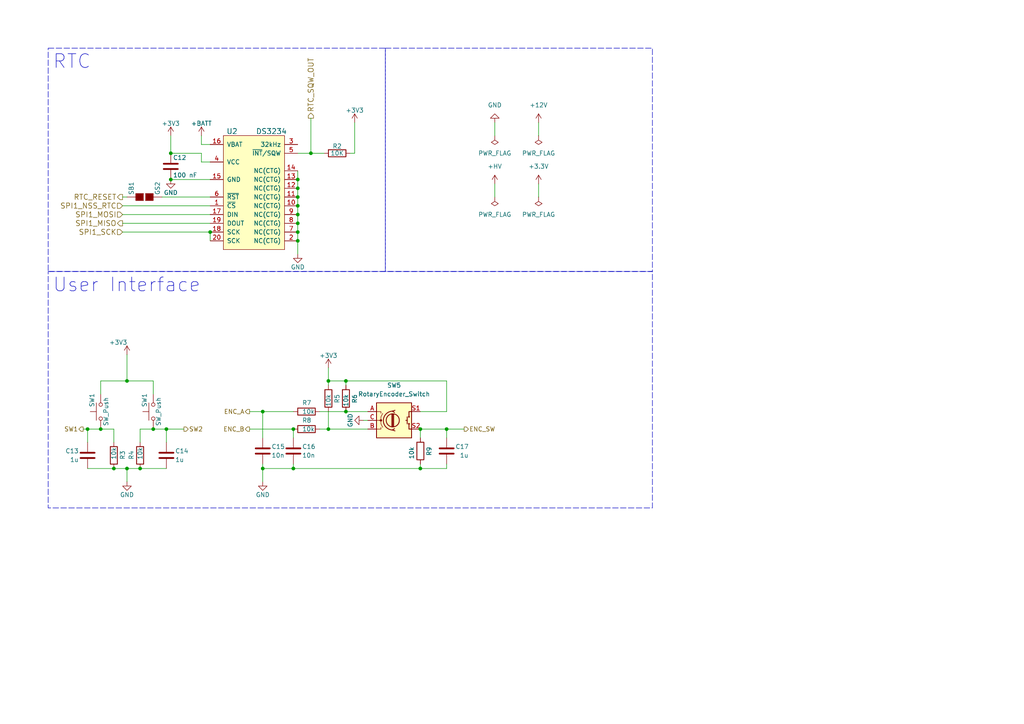
<source format=kicad_sch>
(kicad_sch (version 20230121) (generator eeschema)
  (paper "A4")
  (lib_symbols
    (symbol "Device:C" (pin_numbers hide) (pin_names (offset 0.254))
      (property "Reference" "C" (at 0.635 2.54 0))
      (property "Value" "C" (at 0.635 -2.54 0))
      (symbol "C_0_1"
        (polyline (pts (xy -2.032 -0.762) (xy 2.032 -0.762)) (stroke (width 0.508)))
        (polyline (pts (xy -2.032 0.762) (xy 2.032 0.762)) (stroke (width 0.508)))
      )
      (symbol "C_1_1"
        (pin passive line (at 0 3.81 270) (length 2.794) (name "~") (number "1"))
        (pin passive line (at 0 -3.81 90) (length 2.794) (name "~") (number "2"))
      )
    )
    (symbol "Device:R" (pin_numbers hide) (pin_names (offset 0))
      (property "Reference" "R" (at 2.032 0 90))
      (property "Value" "R" (at 0 0 90))
      (symbol "R_0_1"
        (rectangle (start -1.016 -2.54) (end 1.016 2.54) (stroke (width 0.254)))
      )
      (symbol "R_1_1"
        (pin passive line (at 0 3.81 270) (length 1.27) (name "~") (number "1"))
        (pin passive line (at 0 -3.81 90) (length 1.27) (name "~") (number "2"))
      )
    )
    (symbol "Device:RotaryEncoder_Switch" (pin_names (offset 0.254) hide)
      (property "Reference" "SW" (at 0 6.604 0))
      (property "Value" "RotaryEncoder_Switch" (at 0 -6.604 0))
      (symbol "RotaryEncoder_Switch_0_1"
        (rectangle (start -5.08 5.08) (end 5.08 -5.08) (stroke (width 0.254)) (fill (type background)))
        (circle (center -3.81 0) (radius 0.254) (fill (type outline)))
        (circle (center -0.381 0) (radius 1.905) (stroke (width 0.254)))
        (arc (start -0.381 2.667) (mid -3.0988 -0.0635) (end -0.381 -2.794) (stroke (width 0.254)))
        (polyline (pts (xy -0.635 -1.778) (xy -0.635 1.778)) (stroke (width 0.254)))
        (polyline (pts (xy -0.381 -1.778) (xy -0.381 1.778)) (stroke (width 0.254)))
        (polyline (pts (xy -0.127 1.778) (xy -0.127 -1.778)) (stroke (width 0.254)))
        (polyline (pts (xy 3.81 0) (xy 3.429 0)) (stroke (width 0.254)))
        (polyline (pts (xy 3.81 1.016) (xy 3.81 -1.016)) (stroke (width 0.254)))
        (polyline (pts (xy -5.08 -2.54) (xy -3.81 -2.54) (xy -3.81 -2.032)))
        (polyline (pts (xy -5.08 2.54) (xy -3.81 2.54) (xy -3.81 2.032)))
        (polyline (pts (xy 0.254 -3.048) (xy -0.508 -2.794) (xy 0.127 -2.413)) (stroke (width 0.254)))
        (polyline (pts (xy 0.254 2.921) (xy -0.508 2.667) (xy 0.127 2.286)) (stroke (width 0.254)))
        (polyline (pts (xy 5.08 -2.54) (xy 4.318 -2.54) (xy 4.318 -1.016)) (stroke (width 0.254)))
        (polyline (pts (xy 5.08 2.54) (xy 4.318 2.54) (xy 4.318 1.016)) (stroke (width 0.254)))
        (polyline (pts (xy -5.08 0) (xy -3.81 0) (xy -3.81 -1.016) (xy -3.302 -2.032)))
        (polyline (pts (xy -4.318 0) (xy -3.81 0) (xy -3.81 1.016) (xy -3.302 2.032)))
        (circle (center 4.318 -1.016) (radius 0.127) (stroke (width 0.254)))
        (circle (center 4.318 1.016) (radius 0.127) (stroke (width 0.254)))
      )
      (symbol "RotaryEncoder_Switch_1_1"
        (pin passive line (at -7.62 2.54 0) (length 2.54) (name "A") (number "A"))
        (pin passive line (at -7.62 -2.54 0) (length 2.54) (name "B") (number "B"))
        (pin passive line (at -7.62 0 0) (length 2.54) (name "C") (number "C"))
        (pin passive line (at 7.62 2.54 180) (length 2.54) (name "S1") (number "S1"))
        (pin passive line (at 7.62 -2.54 180) (length 2.54) (name "S2") (number "S2"))
      )
    )
    (symbol "Project:+HV" (power) (pin_names (offset 0))
      (property "Value" "+HV" (at 0 3.556 0))
      (symbol "+HV_0_1"
        (polyline (pts (xy -0.762 1.27) (xy 0 2.54)))
        (polyline (pts (xy 0 0) (xy 0 2.54)))
        (polyline (pts (xy 0 2.54) (xy 0.762 1.27)))
      )
      (symbol "+HV_1_1"
        (pin power_in line (at 0 0 90) (length 0) hide (name "+HV") (number "1"))
      )
    )
    (symbol "Switch:SW_Push" (pin_numbers hide) (pin_names (offset 1.016) hide)
      (property "Reference" "SW" (at 1.27 2.54 0))
      (property "Value" "SW_Push" (at 0 -1.524 0))
      (symbol "SW_Push_0_1"
        (circle (center -2.032 0) (radius 0.508))
        (polyline (pts (xy 0 1.27) (xy 0 3.048)))
        (polyline (pts (xy 2.54 1.27) (xy -2.54 1.27)))
        (circle (center 2.032 0) (radius 0.508))
        (pin passive line (at -5.08 0 0) (length 2.54) (name "1") (number "1"))
        (pin passive line (at 5.08 0 180) (length 2.54) (name "2") (number "2"))
      )
    )
    (symbol "TubeClock-rescue:+3.3V-power" (power) (pin_names (offset 0))
      (property "Value" "+3.3V-power" (at 0 3.556 0))
      (symbol "+3.3V-power_0_1"
        (polyline (pts (xy -0.762 1.27) (xy 0 2.54)))
        (polyline (pts (xy 0 0) (xy 0 2.54)))
        (polyline (pts (xy 0 2.54) (xy 0.762 1.27)))
      )
      (symbol "+3.3V-power_1_1"
        (pin power_in line (at 0 0 90) (length 0) hide (name "+3V3") (number "1"))
      )
    )
    (symbol "TubeClock-rescue:DS3234-TubeClock" (pin_names (offset 1.016))
      (property "Reference" "IC" (at -6.35 17.78 0))
      (property "Value" "TubeClock_DS3234" (at 5.08 17.78 0))
      (symbol "DS3234-TubeClock_0_1"
        (rectangle (start -8.89 16.51) (end 8.89 -16.51) (fill (type background)))
      )
      (symbol "DS3234-TubeClock_1_1"
        (pin input line (at -12.7 -3.81 0) (length 3.81) (name "~{CS}") (number "1"))
        (pin passive line (at 12.7 -3.81 180) (length 3.81) (name "NC(CTG)") (number "10"))
        (pin passive line (at 12.7 -1.27 180) (length 3.81) (name "NC(CTG)") (number "11"))
        (pin passive line (at 12.7 1.27 180) (length 3.81) (name "NC(CTG)") (number "12"))
        (pin passive line (at 12.7 3.81 180) (length 3.81) (name "NC(CTG)") (number "13"))
        (pin passive line (at 12.7 6.35 180) (length 3.81) (name "NC(CTG)") (number "14"))
        (pin power_in line (at -12.7 3.81 0) (length 3.81) (name "GND") (number "15"))
        (pin power_in line (at -12.7 13.97 0) (length 3.81) (name "VBAT") (number "16"))
        (pin input line (at -12.7 -6.35 0) (length 3.81) (name "DIN") (number "17"))
        (pin input line (at -12.7 -11.43 0) (length 3.81) (name "SCK") (number "18"))
        (pin output line (at -12.7 -8.89 0) (length 3.81) (name "DOUT") (number "19"))
        (pin passive line (at 12.7 -13.97 180) (length 3.81) (name "NC(CTG)") (number "2"))
        (pin input line (at -12.7 -13.97 0) (length 3.81) (name "SCK") (number "20"))
        (pin output line (at 12.7 13.97 180) (length 3.81) (name "32kHz") (number "3"))
        (pin power_in line (at -12.7 8.89 0) (length 3.81) (name "VCC") (number "4"))
        (pin output line (at 12.7 11.43 180) (length 3.81) (name "~{INT}/SQW") (number "5"))
        (pin bidirectional line (at -12.7 -1.27 0) (length 3.81) (name "~{RST}") (number "6"))
        (pin passive line (at 12.7 -11.43 180) (length 3.81) (name "NC(CTG)") (number "7"))
        (pin passive line (at 12.7 -8.89 180) (length 3.81) (name "NC(CTG)") (number "8"))
        (pin passive line (at 12.7 -6.35 180) (length 3.81) (name "NC(CTG)") (number "9"))
      )
    )
    (symbol "TubeClock-rescue:GS2-win" (pin_numbers hide) (pin_names (offset 1.016) hide)
      (property "Reference" "GS" (at 2.54 3.81 0))
      (property "Value" "win_GS2" (at 2.54 -3.7846 0))
      (symbol "GS2-win_0_1"
        (polyline (pts (xy -1.016 -0.254) (xy -1.016 -2.54) (xy 1.016 -2.54) (xy 1.016 -0.254)) (fill (type outline)))
        (polyline (pts (xy -1.016 0.254) (xy -1.016 2.54) (xy 1.016 2.54) (xy 1.016 0.254)) (fill (type outline)))
      )
      (symbol "GS2-win_1_1"
        (pin passive line (at 0 5.08 270) (length 2.54) (name "G1") (number "1"))
        (pin passive line (at 0 -5.08 90) (length 2.54) (name "G2") (number "2"))
      )
    )
    (symbol "power:+12V" (power) (pin_names (offset 0))
      (property "Value" "+12V" (at 0 3.556 0))
      (symbol "+12V_0_1"
        (polyline (pts (xy -0.762 1.27) (xy 0 2.54)))
        (polyline (pts (xy 0 0) (xy 0 2.54)))
        (polyline (pts (xy 0 2.54) (xy 0.762 1.27)))
      )
      (symbol "+12V_1_1"
        (pin power_in line (at 0 0 90) (length 0) hide (name "+12V") (number "1"))
      )
    )
    (symbol "power:+3.3V" (power) (pin_names (offset 0))
      (property "Value" "+3.3V" (at 0 3.556 0))
      (symbol "+3.3V_0_1"
        (polyline (pts (xy -0.762 1.27) (xy 0 2.54)))
        (polyline (pts (xy 0 0) (xy 0 2.54)))
        (polyline (pts (xy 0 2.54) (xy 0.762 1.27)))
      )
      (symbol "+3.3V_1_1"
        (pin power_in line (at 0 0 90) (length 0) hide (name "+3.3V") (number "1"))
      )
    )
    (symbol "power:+BATT" (power) (pin_names (offset 0))
      (property "Value" "+BATT" (at 0 3.556 0))
      (symbol "+BATT_0_1"
        (polyline (pts (xy -0.762 1.27) (xy 0 2.54)))
        (polyline (pts (xy 0 0) (xy 0 2.54)))
        (polyline (pts (xy 0 2.54) (xy 0.762 1.27)))
      )
      (symbol "+BATT_1_1"
        (pin power_in line (at 0 0 90) (length 0) hide (name "+BATT") (number "1"))
      )
    )
    (symbol "power:GND" (power) (pin_names (offset 0))
      (property "Value" "GND" (at 0 -3.81 0))
      (symbol "GND_0_1"
        (polyline (pts (xy 0 0) (xy 0 -1.27) (xy 1.27 -1.27) (xy 0 -2.54) (xy -1.27 -1.27) (xy 0 -1.27)))
      )
      (symbol "GND_1_1"
        (pin power_in line (at 0 0 270) (length 0) hide (name "GND") (number "1"))
      )
    )
    (symbol "power:PWR_FLAG" (power) (pin_numbers hide) (pin_names (offset 0) hide)
      (property "Value" "PWR_FLAG" (at 0 3.81 0))
      (symbol "PWR_FLAG_0_0"
        (pin power_out line (at 0 0 90) (length 0) (name "pwr") (number "1"))
      )
      (symbol "PWR_FLAG_0_1"
        (polyline (pts (xy 0 0) (xy 0 1.27) (xy -1.016 1.905) (xy 0 2.54) (xy 1.016 1.905) (xy 0 1.27)))
      )
    )
  )
  (junction (at 86.36 52.07))
  (junction (at 44.45 124.46))
  (junction (at 90.17 44.45))
  (junction (at 121.92 124.46))
  (junction (at 85.09 135.89))
  (junction (at 100.33 110.49))
  (junction (at 95.25 110.49))
  (junction (at 86.36 57.15))
  (junction (at 29.21 124.46))
  (junction (at 86.36 64.77))
  (junction (at 76.2 135.89))
  (junction (at 86.36 62.23))
  (junction (at 76.2 119.38))
  (junction (at 49.53 52.07))
  (junction (at 86.36 54.61))
  (junction (at 95.25 124.46))
  (junction (at 129.54 124.46))
  (junction (at 33.02 135.89))
  (junction (at 40.64 135.89))
  (junction (at 86.36 67.31))
  (junction (at 86.36 69.85))
  (junction (at 36.83 135.89))
  (junction (at 85.09 124.46))
  (junction (at 86.36 59.69))
  (junction (at 121.92 135.89))
  (junction (at 25.4 124.46))
  (junction (at 48.26 124.46))
  (junction (at 49.53 44.45))
  (junction (at 60.96 67.31))
  (junction (at 36.83 110.49))
  (junction (at 100.33 119.38))
  (wire (pts (xy 90.17 44.45) (xy 90.17 34.29)))
  (wire (pts (xy 85.09 124.46) (xy 85.09 127)))
  (wire (pts (xy 156.21 53.34) (xy 156.21 57.15)))
  (wire (pts (xy 72.39 124.46) (xy 85.09 124.46)))
  (wire (pts (xy 86.36 54.61) (xy 86.36 57.15)))
  (wire (pts (xy 72.39 119.38) (xy 76.2 119.38)))
  (wire (pts (xy 36.83 135.89) (xy 40.64 135.89)))
  (wire (pts (xy 129.54 110.49) (xy 129.54 119.38)))
  (wire (pts (xy 143.51 57.15) (xy 143.51 53.34)))
  (wire (pts (xy 76.2 135.89) (xy 76.2 139.7)))
  (wire (pts (xy 29.21 110.49) (xy 36.83 110.49)))
  (wire (pts (xy 25.4 124.46) (xy 25.4 128.27)))
  (wire (pts (xy 44.45 110.49) (xy 44.45 114.3)))
  (wire (pts (xy 60.96 41.91) (xy 58.42 41.91)))
  (wire (pts (xy 76.2 135.89) (xy 85.09 135.89)))
  (wire (pts (xy 58.42 41.91) (xy 58.42 39.37)))
  (wire (pts (xy 36.83 139.7) (xy 36.83 135.89)))
  (wire (pts (xy 156.21 35.56) (xy 156.21 39.37)))
  (wire (pts (xy 93.98 44.45) (xy 90.17 44.45)))
  (wire (pts (xy 121.92 124.46) (xy 129.54 124.46)))
  (wire (pts (xy 60.96 69.85) (xy 60.96 67.31)))
  (wire (pts (xy 92.71 119.38) (xy 100.33 119.38)))
  (wire (pts (xy 95.25 124.46) (xy 106.68 124.46)))
  (wire (pts (xy 58.42 46.99) (xy 58.42 44.45)))
  (wire (pts (xy 40.64 135.89) (xy 48.26 135.89)))
  (wire (pts (xy 40.64 124.46) (xy 40.64 128.27)))
  (wire (pts (xy 36.83 102.87) (xy 36.83 110.49)))
  (wire (pts (xy 48.26 124.46) (xy 48.26 128.27)))
  (wire (pts (xy 86.36 49.53) (xy 86.36 52.07)))
  (wire (pts (xy 95.25 110.49) (xy 100.33 110.49)))
  (wire (pts (xy 58.42 44.45) (xy 49.53 44.45)))
  (wire (pts (xy 29.21 124.46) (xy 33.02 124.46)))
  (wire (pts (xy 60.96 67.31) (xy 35.56 67.31)))
  (wire (pts (xy 85.09 135.89) (xy 121.92 135.89)))
  (wire (pts (xy 35.56 64.77) (xy 60.96 64.77)))
  (wire (pts (xy 86.36 44.45) (xy 90.17 44.45)))
  (wire (pts (xy 121.92 135.89) (xy 129.54 135.89)))
  (wire (pts (xy 86.36 62.23) (xy 86.36 64.77)))
  (wire (pts (xy 129.54 124.46) (xy 129.54 127)))
  (wire (pts (xy 143.51 35.56) (xy 143.51 39.37)))
  (wire (pts (xy 44.45 124.46) (xy 48.26 124.46)))
  (wire (pts (xy 129.54 134.62) (xy 129.54 135.89)))
  (wire (pts (xy 86.36 57.15) (xy 86.36 59.69)))
  (wire (pts (xy 60.96 62.23) (xy 35.56 62.23)))
  (wire (pts (xy 48.26 124.46) (xy 53.34 124.46)))
  (wire (pts (xy 92.71 124.46) (xy 95.25 124.46)))
  (wire (pts (xy 36.83 110.49) (xy 44.45 110.49)))
  (wire (pts (xy 33.02 124.46) (xy 33.02 128.27)))
  (wire (pts (xy 76.2 119.38) (xy 76.2 127)))
  (wire (pts (xy 86.36 69.85) (xy 86.36 73.66)))
  (wire (pts (xy 76.2 119.38) (xy 85.09 119.38)))
  (wire (pts (xy 46.99 57.15) (xy 60.96 57.15)))
  (wire (pts (xy 100.33 119.38) (xy 106.68 119.38)))
  (wire (pts (xy 95.25 110.49) (xy 95.25 111.76)))
  (wire (pts (xy 60.96 52.07) (xy 49.53 52.07)))
  (wire (pts (xy 86.36 59.69) (xy 86.36 62.23)))
  (wire (pts (xy 121.92 119.38) (xy 129.54 119.38)))
  (wire (pts (xy 102.87 35.56) (xy 102.87 44.45)))
  (wire (pts (xy 86.36 52.07) (xy 86.36 54.61)))
  (wire (pts (xy 25.4 124.46) (xy 29.21 124.46)))
  (wire (pts (xy 105.41 121.92) (xy 106.68 121.92)))
  (wire (pts (xy 35.56 59.69) (xy 60.96 59.69)))
  (wire (pts (xy 129.54 124.46) (xy 134.62 124.46)))
  (wire (pts (xy 100.33 110.49) (xy 100.33 111.76)))
  (wire (pts (xy 29.21 110.49) (xy 29.21 114.3)))
  (wire (pts (xy 49.53 44.45) (xy 49.53 39.37)))
  (wire (pts (xy 121.92 134.62) (xy 121.92 135.89)))
  (wire (pts (xy 100.33 110.49) (xy 129.54 110.49)))
  (wire (pts (xy 121.92 127) (xy 121.92 124.46)))
  (wire (pts (xy 86.36 67.31) (xy 86.36 69.85)))
  (wire (pts (xy 35.56 57.15) (xy 36.83 57.15)))
  (wire (pts (xy 25.4 124.46) (xy 24.13 124.46)))
  (wire (pts (xy 95.25 106.68) (xy 95.25 110.49)))
  (wire (pts (xy 33.02 135.89) (xy 36.83 135.89)))
  (wire (pts (xy 33.02 135.89) (xy 25.4 135.89)))
  (wire (pts (xy 40.64 124.46) (xy 44.45 124.46)))
  (wire (pts (xy 85.09 134.62) (xy 85.09 135.89)))
  (wire (pts (xy 76.2 135.89) (xy 76.2 134.62)))
  (wire (pts (xy 95.25 124.46) (xy 95.25 119.38)))
  (wire (pts (xy 60.96 46.99) (xy 58.42 46.99)))
  (wire (pts (xy 101.6 44.45) (xy 102.87 44.45)))
  (wire (pts (xy 86.36 64.77) (xy 86.36 67.31)))
  (rectangle (start 111.76 13.97) (end 189.23 78.74) (stroke (width 0) (type dash)))
  (rectangle (start 13.97 13.97) (end 111.76 78.74) (stroke (width 0) (type dash)))
  (rectangle (start 13.97 78.74) (end 189.23 147.32) (stroke (width 0) (type dash)))
  (text "User Interface" (at 15.24 85.09 0) (effects (font (size 4 4)) (justify left bottom)))
  (text "RTC" (at 15.24 20.32 0) (effects (font (size 4 4)) (justify left bottom)))
  (hierarchical_label "SPI1_SCK" (shape input) (at 35.56 67.31 180) (effects (font (size 1.524 1.524))))
  (hierarchical_label "ENC_SW" (shape output) (at 134.62 124.46 0))
  (hierarchical_label "SW2" (shape output) (at 53.34 124.46 0))
  (hierarchical_label "ENC_A" (shape output) (at 72.39 119.38 180))
  (hierarchical_label "SW1" (shape output) (at 24.13 124.46 180))
  (hierarchical_label "RTC_SQW_OUT" (shape output) (at 90.17 34.29 90) (effects (font (size 1.524 1.524))))
  (hierarchical_label "SPI1_MISO" (shape output) (at 35.56 64.77 180) (effects (font (size 1.524 1.524))))
  (hierarchical_label "SPI1_NSS_RTC" (shape input) (at 35.56 59.69 180) (effects (font (size 1.524 1.524))))
  (hierarchical_label "RTC_RESET" (shape output) (at 35.56 57.15 180) (effects (font (size 1.524 1.524))))
  (hierarchical_label "SPI1_MOSI" (shape input) (at 35.56 62.23 180) (effects (font (size 1.524 1.524))))
  (hierarchical_label "ENC_B" (shape output) (at 72.39 124.46 180))
  (symbol (lib_id "power:GND") (at 105.41 121.92 270) (unit 1)
    (property "Reference" "#PWR066" (effects hide))
    (property "Value" "GND" (at 101.6 121.92 0))
    (instances (project "nixie_clock" (path "" (reference "#PWR066") (unit 1))) (project "TubeClock" (path "" (reference "#PWR057") (unit 1))))
  )
  (symbol (lib_id "power:+12V") (at 156.21 35.56 0) (unit 1)
    (property "Reference" "#PWR045" (effects hide))
    (property "Value" "+12V" (at 156.21 30.48 0))
    (instances (project "nixie_clock" (path "" (reference "#PWR045") (unit 1)) (path "" (reference "#PWR016") (unit 1))))
  )
  (symbol (lib_id "TubeClock-rescue:+3.3V-power") (at 102.87 35.56 0) (unit 1)
    (property "Reference" "#PWR025" (effects hide))
    (property "Value" "+3.3V" (at 102.87 32.004 0))
    (instances (project "nixie_clock" (path "" (reference "#PWR025") (unit 1))) (project "TubeClock" (path "" (reference "#PWR052") (unit 1))))
  )
  (symbol (lib_id "Device:C") (at 129.54 130.81 0) (unit 1)
    (property "Reference" "C17" (at 132.08 129.54 0) (effects (justify left)))
    (property "Value" "1u" (at 133.35 132.08 0) (effects (justify left)))
    (property "Footprint" "Capacitor_SMD:C_0603_1608Metric_Pad1.08x0.95mm_HandSolder" (effects hide))
  )
  (symbol (lib_id "power:+BATT") (at 58.42 39.37 0) (unit 1)
    (property "Reference" "#PWR022" (effects hide))
    (property "Value" "+BATT" (at 58.42 35.814 0))
    (instances (project "nixie_clock" (path "" (reference "#PWR022") (unit 1))) (project "TubeClock" (path "" (reference "#PWR055") (unit 1))))
  )
  (symbol (lib_id "Device:R") (at 100.33 115.57 0) (unit 1)
    (property "Reference" "R6" (at 102.87 114.3 90) (effects (justify right)))
    (property "Value" "10k" (at 100.33 114.3 90) (effects (justify right)))
    (property "Footprint" "Resistor_SMD:R_0603_1608Metric_Pad0.98x0.95mm_HandSolder" (effects hide))
  )
  (symbol (lib_id "TubeClock-rescue:+3.3V-power") (at 49.53 39.37 0) (unit 1)
    (property "Reference" "#PWR018" (effects hide))
    (property "Value" "+3.3V" (at 49.53 35.814 0))
    (instances (project "nixie_clock" (path "" (reference "#PWR018") (unit 1))) (project "TubeClock" (path "" (reference "#PWR054") (unit 1))))
  )
  (symbol (lib_id "TubeClock-rescue:DS3234-TubeClock") (at 73.66 55.88 0) (unit 1)
    (property "Reference" "U2" (at 67.31 38.1 0) (effects (font (size 1.524 1.524))))
    (property "Value" "DS3234" (at 78.74 38.1 0) (effects (font (size 1.524 1.524))))
    (property "Footprint" "Package_SO:SO-20_12.8x7.5mm_P1.27mm" (effects hide))
    (property "Datasheet" "https://datasheets.maximintegrated.com/en/ds/DS3234.pdf" (effects hide))
    (property "Manufacturer" "Maxim" (effects hide))
    (instances (project "nixie_clock" (path "" (reference "U2") (unit 1))) (project "TubeClock" (path "" (reference "U?") (unit 1)) (path "" (reference "U5") (unit 1)) (path "" (reference "U?") (unit 1)) (path "" (reference "U?") (unit 1))))
  )
  (symbol (lib_id "Switch:SW_Push") (at 44.45 119.38 90) (unit 1)
    (property "Reference" "SW1" (at 41.91 118.11 0) (effects (justify left)))
    (property "Value" "SW_Push" (at 45.974 119.38 0))
    (property "Footprint" "Button_Switch_SMD:SW_Push_1P1T_NO_CK_KSC6xxJ" (effects hide))
    (property "Datasheet" "https://www.ckswitches.com/media/1479/kmr2.pdf" (effects hide))
    (property "Part Number" "KMR221G LFS" (effects hide))
    (instances (project "nixie_clock" (path "" (reference "SW1") (unit 1)) (path "" (reference "SW4") (unit 1))) (project "TubeClock" (path "" (reference "SW?") (unit 1)) (path "" (reference "SW2") (unit 1)) (path "" (reference "SW?") (unit 1)) (path "" (reference "SW?") (unit 1))))
  )
  (symbol (lib_id "TubeClock-rescue:+3.3V-power") (at 36.83 102.87 0) (unit 1)
    (property "Reference" "#PWR060" (effects hide))
    (property "Value" "+3.3V" (at 34.29 99.314 0))
    (instances (project "nixie_clock" (path "" (reference "#PWR060") (unit 1))) (project "TubeClock" (path "" (reference "#PWR052") (unit 1))))
  )
  (symbol (lib_id "power:GND") (at 86.36 73.66 0) (unit 1)
    (property "Reference" "#PWR023" (effects hide))
    (property "Value" "GND" (at 86.36 77.47 0))
    (instances (project "nixie_clock" (path "" (reference "#PWR023") (unit 1))) (project "TubeClock" (path "" (reference "#PWR057") (unit 1))))
  )
  (symbol (lib_id "Device:R") (at 33.02 132.08 0) (mirror x) (unit 1)
    (property "Reference" "R3" (at 35.56 133.35 90) (effects (justify right)))
    (property "Value" "10k" (at 33.02 133.35 90) (effects (justify right)))
    (property "Footprint" "Resistor_SMD:R_0603_1608Metric_Pad0.98x0.95mm_HandSolder" (effects hide))
  )
  (symbol (lib_id "Device:R") (at 88.9 124.46 90) (unit 1)
    (property "Reference" "R8" (at 87.63 121.92 90) (effects (justify right)))
    (property "Value" "10k" (at 87.63 124.46 90) (effects (justify right)))
    (property "Footprint" "Resistor_SMD:R_0603_1608Metric_Pad0.98x0.95mm_HandSolder" (effects hide))
  )
  (symbol (lib_id "Device:R") (at 121.92 130.81 0) (unit 1)
    (property "Reference" "R9" (at 124.46 129.54 90) (effects (justify right)))
    (property "Value" "10k" (at 119.38 129.54 90) (effects (justify right)))
    (property "Footprint" "Resistor_SMD:R_0603_1608Metric_Pad0.98x0.95mm_HandSolder" (effects hide))
  )
  (symbol (lib_id "Device:C") (at 48.26 132.08 0) (unit 1)
    (property "Reference" "C14" (at 50.8 130.81 0) (effects (justify left)))
    (property "Value" "1u" (at 50.8 133.35 0) (effects (justify left)))
    (property "Footprint" "Capacitor_SMD:C_0603_1608Metric_Pad1.08x0.95mm_HandSolder" (effects hide))
  )
  (symbol (lib_id "Device:C") (at 85.09 130.81 0) (unit 1)
    (property "Reference" "C16" (at 87.63 129.54 0) (effects (justify left)))
    (property "Value" "10n" (at 87.63 132.08 0) (effects (justify left)))
    (property "Footprint" "Capacitor_SMD:C_0603_1608Metric_Pad1.08x0.95mm_HandSolder" (effects hide))
  )
  (symbol (lib_id "power:PWR_FLAG") (at 143.51 39.37 180) (unit 1)
    (property "Reference" "#FLG02" (effects hide))
    (property "Value" "PWR_FLAG" (at 143.51 44.45 0))
    (instances (project "nixie_clock" (path "" (reference "#FLG02") (unit 1)) (path "" (reference "#FLG01") (unit 1))))
  )
  (symbol (lib_id "Device:C") (at 25.4 132.08 0) (mirror y) (unit 1)
    (property "Reference" "C13" (at 22.86 130.81 0) (effects (justify left)))
    (property "Value" "1u" (at 22.86 133.35 0) (effects (justify left)))
    (property "Footprint" "Capacitor_SMD:C_0603_1608Metric_Pad1.08x0.95mm_HandSolder" (effects hide))
  )
  (symbol (lib_id "TubeClock-rescue:GS2-win") (at 41.91 57.15 90) (unit 1)
    (property "Reference" "SB1" (at 38.1 54.61 0))
    (property "Value" "GS2" (at 45.6946 54.61 0))
    (property "Footprint" "Jumper:SolderJumper-2_P1.3mm_Open_Pad1.0x1.5mm" (effects hide))
    (instances (project "nixie_clock" (path "" (reference "SB1") (unit 1))) (project "TubeClock" (path "" (reference "SB5") (unit 1))))
  )
  (symbol (lib_id "power:GND") (at 76.2 139.7 0) (unit 1)
    (property "Reference" "#PWR064" (effects hide))
    (property "Value" "GND" (at 76.2 143.51 0))
    (instances (project "nixie_clock" (path "" (reference "#PWR064") (unit 1))) (project "TubeClock" (path "" (reference "#PWR057") (unit 1))))
  )
  (symbol (lib_id "power:PWR_FLAG") (at 156.21 39.37 180) (unit 1)
    (property "Reference" "#FLG04" (effects hide))
    (property "Value" "PWR_FLAG" (at 156.21 44.45 0))
    (instances (project "nixie_clock" (path "" (reference "#FLG04") (unit 1)) (path "" (reference "#FLG03") (unit 1))))
  )
  (symbol (lib_id "Project:+HV") (at 143.51 53.34 0) (unit 1)
    (property "Reference" "#PWR015" (effects hide))
    (property "Value" "+HV" (at 143.51 48.26 0))
  )
  (symbol (lib_id "Device:RotaryEncoder_Switch") (at 114.3 121.92 0) (unit 1)
    (property "Reference" "SW5" (at 114.3 111.76 0))
    (property "Value" "RotaryEncoder_Switch" (at 114.3 114.3 0))
    (property "Footprint" "Rotary_Encoder:RotaryEncoder_Bourns_Horizontal_PEC09-2xxxF-Sxxxx" (effects hide))
  )
  (symbol (lib_id "Device:C") (at 76.2 130.81 0) (unit 1)
    (property "Reference" "C15" (at 78.74 129.54 0) (effects (justify left)))
    (property "Value" "10n" (at 78.74 132.08 0) (effects (justify left)))
    (property "Footprint" "Capacitor_SMD:C_0603_1608Metric_Pad1.08x0.95mm_HandSolder" (effects hide))
  )
  (symbol (lib_id "TubeClock-rescue:+3.3V-power") (at 95.25 106.68 0) (unit 1)
    (property "Reference" "#PWR065" (effects hide))
    (property "Value" "+3.3V" (at 95.25 103.124 0))
    (instances (project "nixie_clock" (path "" (reference "#PWR065") (unit 1))) (project "TubeClock" (path "" (reference "#PWR052") (unit 1))))
  )
  (symbol (lib_id "Device:C") (at 49.53 48.26 0) (unit 1)
    (property "Reference" "C12" (at 50.165 45.72 0) (effects (justify left)))
    (property "Value" "100 nF" (at 50.165 50.8 0) (effects (justify left)))
    (property "Footprint" "Capacitor_SMD:C_0603_1608Metric_Pad1.08x0.95mm_HandSolder" (effects hide))
    (instances (project "nixie_clock" (path "" (reference "C12") (unit 1))) (project "TubeClock" (path "" (reference "C29") (unit 1))))
  )
  (symbol (lib_id "power:GND") (at 143.51 35.56 180) (unit 1)
    (property "Reference" "#PWR030" (effects hide))
    (property "Value" "GND" (at 143.51 30.48 0))
    (instances (project "nixie_clock" (path "" (reference "#PWR030") (unit 1)) (path "" (reference "#PWR014") (unit 1))))
  )
  (symbol (lib_id "power:GND") (at 49.53 52.07 0) (unit 1)
    (property "Reference" "#PWR021" (effects hide))
    (property "Value" "GND" (at 49.53 55.88 0))
    (instances (project "nixie_clock" (path "" (reference "#PWR021") (unit 1))) (project "TubeClock" (path "" (reference "#PWR056") (unit 1))))
  )
  (symbol (lib_id "power:PWR_FLAG") (at 156.21 57.15 180) (unit 1)
    (property "Reference" "#FLG01" (effects hide))
    (property "Value" "PWR_FLAG" (at 156.21 62.23 0))
    (instances (project "nixie_clock" (path "" (reference "#FLG01") (unit 1)) (path "" (reference "#FLG04") (unit 1))))
  )
  (symbol (lib_id "Device:R") (at 40.64 132.08 180) (unit 1)
    (property "Reference" "R4" (at 38.1 133.35 90) (effects (justify right)))
    (property "Value" "10k" (at 40.64 133.35 90) (effects (justify right)))
    (property "Footprint" "Resistor_SMD:R_0603_1608Metric_Pad0.98x0.95mm_HandSolder" (effects hide))
  )
  (symbol (lib_id "power:+3.3V") (at 156.21 53.34 0) (unit 1)
    (property "Reference" "#PWR029" (effects hide))
    (property "Value" "+3.3V" (at 156.21 48.26 0))
    (instances (project "nixie_clock" (path "" (reference "#PWR029") (unit 1)) (path "" (reference "#PWR017") (unit 1))))
  )
  (symbol (lib_id "Device:R") (at 88.9 119.38 90) (unit 1)
    (property "Reference" "R7" (at 87.63 116.84 90) (effects (justify right)))
    (property "Value" "10k" (at 87.63 119.38 90) (effects (justify right)))
    (property "Footprint" "Resistor_SMD:R_0603_1608Metric_Pad0.98x0.95mm_HandSolder" (effects hide))
  )
  (symbol (lib_id "power:GND") (at 36.83 139.7 0) (unit 1)
    (property "Reference" "#PWR061" (effects hide))
    (property "Value" "GND" (at 36.83 143.51 0))
    (instances (project "nixie_clock" (path "" (reference "#PWR061") (unit 1))) (project "TubeClock" (path "" (reference "#PWR057") (unit 1))))
  )
  (symbol (lib_id "Device:R") (at 97.79 44.45 90) (unit 1)
    (property "Reference" "R2" (at 97.79 42.418 90))
    (property "Value" "10K" (at 97.79 44.45 90))
    (property "Footprint" "Resistor_SMD:R_0805_2012Metric" (effects hide))
    (instances (project "nixie_clock" (path "" (reference "R2") (unit 1))) (project "TubeClock" (path "" (reference "R20") (unit 1))))
  )
  (symbol (lib_id "Switch:SW_Push") (at 29.21 119.38 90) (unit 1)
    (property "Reference" "SW1" (at 26.67 118.11 0) (effects (justify left)))
    (property "Value" "SW_Push" (at 30.734 119.38 0))
    (property "Footprint" "Button_Switch_SMD:SW_Push_1P1T_NO_CK_KSC6xxJ" (effects hide))
    (property "Datasheet" "https://www.ckswitches.com/media/1479/kmr2.pdf" (effects hide))
    (property "Part Number" "KMR221G LFS" (effects hide))
    (instances (project "nixie_clock" (path "" (reference "SW1") (unit 1)) (path "" (reference "SW3") (unit 1))) (project "TubeClock" (path "" (reference "SW?") (unit 1)) (path "" (reference "SW2") (unit 1)) (path "" (reference "SW?") (unit 1)) (path "" (reference "SW?") (unit 1))))
  )
  (symbol (lib_id "power:PWR_FLAG") (at 143.51 57.15 180) (unit 1)
    (property "Reference" "#FLG03" (effects hide))
    (property "Value" "PWR_FLAG" (at 143.51 62.23 0))
    (instances (project "nixie_clock" (path "" (reference "#FLG03") (unit 1)) (path "" (reference "#FLG02") (unit 1))))
  )
  (symbol (lib_id "Device:R") (at 95.25 115.57 0) (unit 1)
    (property "Reference" "R5" (at 97.79 114.3 90) (effects (justify right)))
    (property "Value" "10k" (at 95.25 114.3 90) (effects (justify right)))
    (property "Footprint" "Resistor_SMD:R_0603_1608Metric_Pad0.98x0.95mm_HandSolder" (effects hide))
  )
)
</source>
